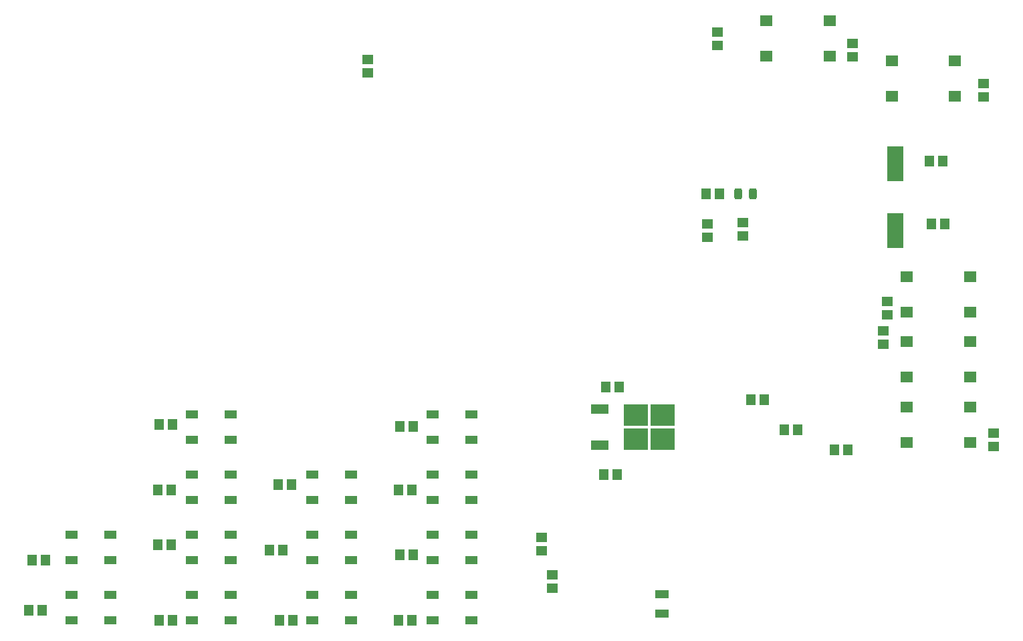
<source format=gbr>
%TF.GenerationSoftware,KiCad,Pcbnew,(6.0.6)*%
%TF.CreationDate,2022-07-21T19:51:41-07:00*%
%TF.ProjectId,HPS-Rect-Clock,4850532d-5265-4637-942d-436c6f636b2e,rev?*%
%TF.SameCoordinates,PX4b93a80PY8b0aba0*%
%TF.FileFunction,Paste,Top*%
%TF.FilePolarity,Positive*%
%FSLAX46Y46*%
G04 Gerber Fmt 4.6, Leading zero omitted, Abs format (unit mm)*
G04 Created by KiCad (PCBNEW (6.0.6)) date 2022-07-21 19:51:41*
%MOMM*%
%LPD*%
G01*
G04 APERTURE LIST*
G04 Aperture macros list*
%AMRoundRect*
0 Rectangle with rounded corners*
0 $1 Rounding radius*
0 $2 $3 $4 $5 $6 $7 $8 $9 X,Y pos of 4 corners*
0 Add a 4 corners polygon primitive as box body*
4,1,4,$2,$3,$4,$5,$6,$7,$8,$9,$2,$3,0*
0 Add four circle primitives for the rounded corners*
1,1,$1+$1,$2,$3*
1,1,$1+$1,$4,$5*
1,1,$1+$1,$6,$7*
1,1,$1+$1,$8,$9*
0 Add four rect primitives between the rounded corners*
20,1,$1+$1,$2,$3,$4,$5,0*
20,1,$1+$1,$4,$5,$6,$7,0*
20,1,$1+$1,$6,$7,$8,$9,0*
20,1,$1+$1,$8,$9,$2,$3,0*%
G04 Aperture macros list end*
%ADD10R,1.150000X1.400000*%
%ADD11R,1.400000X1.150000*%
%ADD12R,1.600000X1.400000*%
%ADD13R,1.500000X1.000000*%
%ADD14R,2.000000X4.500000*%
%ADD15R,1.800000X1.000000*%
%ADD16R,3.050000X2.750000*%
%ADD17R,2.200000X1.200000*%
%ADD18RoundRect,0.243750X-0.243750X-0.456250X0.243750X-0.456250X0.243750X0.456250X-0.243750X0.456250X0*%
G04 APERTURE END LIST*
D10*
%TO.C,C20*%
X30392000Y33401000D03*
X32092000Y33401000D03*
%TD*%
%TO.C,C19*%
X60872000Y16891000D03*
X62572000Y16891000D03*
%TD*%
%TO.C,C18*%
X45632000Y8636000D03*
X47332000Y8636000D03*
%TD*%
%TO.C,C17*%
X44362000Y17526000D03*
X46062000Y17526000D03*
%TD*%
%TO.C,C16*%
X14302000Y16256000D03*
X16002000Y16256000D03*
%TD*%
%TO.C,C15*%
X13882000Y9906000D03*
X15582000Y9906000D03*
%TD*%
%TO.C,C14*%
X30392000Y8636000D03*
X32092000Y8636000D03*
%TD*%
%TO.C,C13*%
X45417000Y25781000D03*
X47117000Y25781000D03*
%TD*%
%TO.C,C12*%
X60657000Y25146000D03*
X62357000Y25146000D03*
%TD*%
%TO.C,C11*%
X60837000Y33176000D03*
X62537000Y33176000D03*
%TD*%
%TO.C,C10*%
X30177000Y25146000D03*
X31877000Y25146000D03*
%TD*%
%TO.C,C9*%
X60657000Y8636000D03*
X62357000Y8636000D03*
%TD*%
%TO.C,C8*%
X30177000Y18161000D03*
X31877000Y18161000D03*
%TD*%
D11*
%TO.C,R2*%
X136017000Y30646000D03*
X136017000Y32346000D03*
%TD*%
%TO.C,R11*%
X78842000Y17466000D03*
X78842000Y19166000D03*
%TD*%
D12*
%TO.C,SW1*%
X133032000Y43906000D03*
X125032000Y43906000D03*
X133032000Y39406000D03*
X125032000Y39406000D03*
%TD*%
D11*
%TO.C,R3*%
X99822000Y58801000D03*
X99822000Y57101000D03*
%TD*%
D10*
%TO.C,R4*%
X109552000Y32766000D03*
X111252000Y32766000D03*
%TD*%
D12*
%TO.C,SW3*%
X123127000Y74966000D03*
X131127000Y74966000D03*
X123127000Y79466000D03*
X131127000Y79466000D03*
%TD*%
D13*
%TO.C,D2*%
X69932000Y31496000D03*
X69932000Y34696000D03*
X65032000Y31496000D03*
X65032000Y34696000D03*
%TD*%
D12*
%TO.C,SW2*%
X125032000Y47661000D03*
X133032000Y47661000D03*
X125032000Y52161000D03*
X133032000Y52161000D03*
%TD*%
D11*
%TO.C,R9*%
X118152000Y81696000D03*
X118152000Y79996000D03*
%TD*%
D10*
%TO.C,R5*%
X105322000Y36576000D03*
X107022000Y36576000D03*
%TD*%
%TO.C,C4*%
X128152000Y58796000D03*
X129852000Y58796000D03*
%TD*%
D13*
%TO.C,D7*%
X39452000Y31496000D03*
X39452000Y34696000D03*
X34552000Y31496000D03*
X34552000Y34696000D03*
%TD*%
%TO.C,D8*%
X39452000Y23876000D03*
X39452000Y27076000D03*
X34552000Y23876000D03*
X34552000Y27076000D03*
%TD*%
D10*
%TO.C,R1*%
X101307000Y62611000D03*
X99607000Y62611000D03*
%TD*%
D11*
%TO.C,R8*%
X122552000Y49046000D03*
X122552000Y47346000D03*
%TD*%
D10*
%TO.C,C3*%
X117602000Y30226000D03*
X115902000Y30226000D03*
%TD*%
%TO.C,C6*%
X88647000Y38176000D03*
X86947000Y38176000D03*
%TD*%
D11*
%TO.C,R12*%
X80152000Y12696000D03*
X80152000Y14396000D03*
%TD*%
D12*
%TO.C,SW5*%
X133032000Y35651000D03*
X125032000Y35651000D03*
X133032000Y31151000D03*
X125032000Y31151000D03*
%TD*%
D13*
%TO.C,D11*%
X39452000Y8636000D03*
X39452000Y11836000D03*
X34552000Y8636000D03*
X34552000Y11836000D03*
%TD*%
%TO.C,D10*%
X39452000Y16256000D03*
X39452000Y19456000D03*
X34552000Y16256000D03*
X34552000Y19456000D03*
%TD*%
D11*
%TO.C,R10*%
X134752000Y76646000D03*
X134752000Y74946000D03*
%TD*%
D13*
%TO.C,D12*%
X24212000Y8636000D03*
X24212000Y11836000D03*
X19312000Y8636000D03*
X19312000Y11836000D03*
%TD*%
D14*
%TO.C,Y1*%
X123552000Y57946000D03*
X123552000Y66446000D03*
%TD*%
D12*
%TO.C,SW4*%
X107252000Y80046000D03*
X115252000Y80046000D03*
X107252000Y84546000D03*
X115252000Y84546000D03*
%TD*%
D15*
%TO.C,Y2*%
X94082000Y11946000D03*
X94082000Y9446000D03*
%TD*%
D13*
%TO.C,D13*%
X19312000Y19456000D03*
X19312000Y16256000D03*
X24212000Y19456000D03*
X24212000Y16256000D03*
%TD*%
%TO.C,D5*%
X69932000Y8636000D03*
X69932000Y11836000D03*
X65032000Y8636000D03*
X65032000Y11836000D03*
%TD*%
D16*
%TO.C,U3*%
X90762000Y34621000D03*
X90762000Y31571000D03*
X94112000Y34621000D03*
X94112000Y31571000D03*
D17*
X86137000Y35376000D03*
X86137000Y30816000D03*
%TD*%
D13*
%TO.C,D4*%
X69932000Y16256000D03*
X69932000Y19456000D03*
X65032000Y16256000D03*
X65032000Y19456000D03*
%TD*%
%TO.C,D14*%
X49792000Y19456000D03*
X49792000Y16256000D03*
X54692000Y19456000D03*
X54692000Y16256000D03*
%TD*%
D11*
%TO.C,R6*%
X56752000Y77946000D03*
X56752000Y79646000D03*
%TD*%
D13*
%TO.C,D9*%
X54692000Y8636000D03*
X54692000Y11836000D03*
X49792000Y8636000D03*
X49792000Y11836000D03*
%TD*%
D18*
%TO.C,D1*%
X103662000Y62611000D03*
X105537000Y62611000D03*
%TD*%
D11*
%TO.C,R7*%
X122047000Y43561000D03*
X122047000Y45261000D03*
%TD*%
%TO.C,C2*%
X101092000Y81446000D03*
X101092000Y83146000D03*
%TD*%
D10*
%TO.C,C7*%
X86692000Y27051000D03*
X88392000Y27051000D03*
%TD*%
D13*
%TO.C,D3*%
X69932000Y23876000D03*
X69932000Y27076000D03*
X65032000Y23876000D03*
X65032000Y27076000D03*
%TD*%
%TO.C,D6*%
X54692000Y23876000D03*
X54692000Y27076000D03*
X49792000Y23876000D03*
X49792000Y27076000D03*
%TD*%
D11*
%TO.C,C1*%
X104267000Y59016000D03*
X104267000Y57316000D03*
%TD*%
D10*
%TO.C,C5*%
X127902000Y66796000D03*
X129602000Y66796000D03*
%TD*%
M02*

</source>
